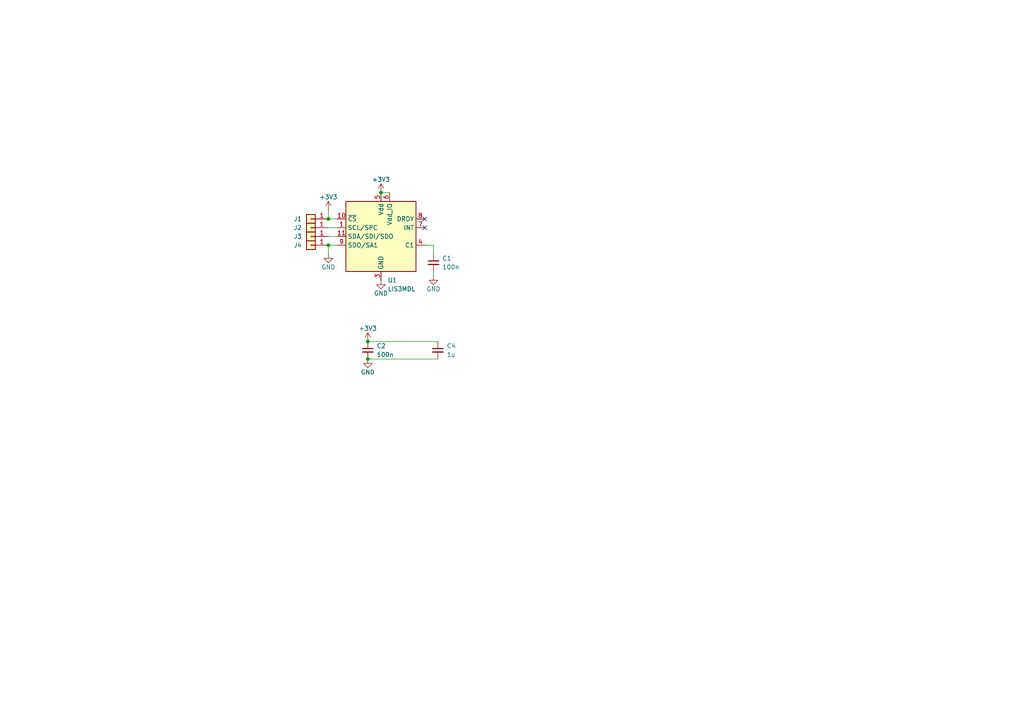
<source format=kicad_sch>
(kicad_sch (version 20230121) (generator eeschema)
  (paper "A4")
  (lib_symbols
    (symbol "Connector_Generic:Conn_01x01" (pin_names (offset 1.016) hide)
      (property "Reference" "J" (at 0 2.54 0))
      (property "Value" "Conn_01x01" (at 0 -2.54 0))
      (symbol "Conn_01x01_1_1"
        (rectangle (start -1.27 0.127) (end 0 -0.127) (stroke (width 0.1524)))
        (rectangle (start -1.27 1.27) (end 1.27 -1.27) (stroke (width 0.254)) (fill (type background)))
        (pin passive line (at -5.08 0 0) (length 3.81) (name "Pin_1") (number "1"))
      )
    )
    (symbol "Device:C_Small" (pin_numbers hide) (pin_names (offset 0.254) hide)
      (property "Reference" "C" (at 0.254 1.778 0))
      (property "Value" "C_Small" (at 0.254 -2.032 0))
      (symbol "C_Small_0_1"
        (polyline (pts (xy -1.524 -0.508) (xy 1.524 -0.508)) (stroke (width 0.3302)))
        (polyline (pts (xy -1.524 0.508) (xy 1.524 0.508)) (stroke (width 0.3048)))
      )
      (symbol "C_Small_1_1"
        (pin passive line (at 0 2.54 270) (length 2.032) (name "~") (number "1"))
        (pin passive line (at 0 -2.54 90) (length 2.032) (name "~") (number "2"))
      )
    )
    (symbol "Sensor_Magnetic:LIS3MDL"
      (property "Reference" "U" (at -8.89 11.43 0))
      (property "Value" "LIS3MDL" (at 7.62 11.43 0))
      (symbol "LIS3MDL_0_1"
        (rectangle (start -10.16 10.16) (end 10.16 -10.16) (stroke (width 0.254)) (fill (type background)))
      )
      (symbol "LIS3MDL_1_1"
        (pin input line (at -12.7 2.54 0) (length 2.54) (name "SCL/SPC") (number "1"))
        (pin input line (at -12.7 5.08 0) (length 2.54) (name "~{CS}") (number "10"))
        (pin bidirectional line (at -12.7 0 0) (length 2.54) (name "SDA/SDI/SDO") (number "11"))
        (pin passive line (at 0 -12.7 90) (length 2.54) hide (name "GND") (number "12"))
        (pin passive line (at 0 -12.7 90) (length 2.54) hide (name "GND") (number "2"))
        (pin power_in line (at 0 -12.7 90) (length 2.54) (name "GND") (number "3"))
        (pin power_out line (at 12.7 -2.54 180) (length 2.54) (name "C1") (number "4"))
        (pin power_in line (at 0 12.7 270) (length 2.54) (name "Vdd") (number "5"))
        (pin power_in line (at 2.54 12.7 270) (length 2.54) (name "Vdd_IO") (number "6"))
        (pin output line (at 12.7 2.54 180) (length 2.54) (name "INT") (number "7"))
        (pin output line (at 12.7 5.08 180) (length 2.54) (name "DRDY") (number "8"))
        (pin bidirectional line (at -12.7 -2.54 0) (length 2.54) (name "SDO/SA1") (number "9"))
      )
    )
    (symbol "power:+3V3" (power) (pin_names (offset 0))
      (property "Value" "+3V3" (at 0 3.556 0))
      (symbol "+3V3_0_1"
        (polyline (pts (xy -0.762 1.27) (xy 0 2.54)))
        (polyline (pts (xy 0 0) (xy 0 2.54)))
        (polyline (pts (xy 0 2.54) (xy 0.762 1.27)))
      )
      (symbol "+3V3_1_1"
        (pin power_in line (at 0 0 90) (length 0) hide (name "+3V3") (number "1"))
      )
    )
    (symbol "power:GND" (power) (pin_names (offset 0))
      (property "Value" "GND" (at 0 -3.81 0))
      (symbol "GND_0_1"
        (polyline (pts (xy 0 0) (xy 0 -1.27) (xy 1.27 -1.27) (xy 0 -2.54) (xy -1.27 -1.27) (xy 0 -1.27)))
      )
      (symbol "GND_1_1"
        (pin power_in line (at 0 0 270) (length 0) hide (name "GND") (number "1"))
      )
    )
  )
  (junction (at 106.68 104.14))
  (junction (at 95.25 71.12))
  (junction (at 106.68 99.06))
  (junction (at 110.49 55.88))
  (junction (at 95.25 63.5))
  (no_connect (at 123.19 66.04))
  (no_connect (at 123.19 63.5))
  (wire (pts (xy 106.68 99.06) (xy 127 99.06)))
  (wire (pts (xy 95.25 71.12) (xy 97.79 71.12)))
  (wire (pts (xy 125.73 71.12) (xy 123.19 71.12)))
  (wire (pts (xy 95.25 60.96) (xy 95.25 63.5)))
  (wire (pts (xy 125.73 73.66) (xy 125.73 71.12)))
  (wire (pts (xy 95.25 68.58) (xy 97.79 68.58)))
  (wire (pts (xy 110.49 55.88) (xy 113.03 55.88)))
  (wire (pts (xy 106.68 104.14) (xy 127 104.14)))
  (wire (pts (xy 125.73 78.74) (xy 125.73 80.01)))
  (wire (pts (xy 95.25 63.5) (xy 97.79 63.5)))
  (wire (pts (xy 95.25 66.04) (xy 97.79 66.04)))
  (wire (pts (xy 95.25 73.66) (xy 95.25 71.12)))
  (symbol (lib_id "Device:C_Small") (at 125.73 76.2 0) (unit 1)
    (property "Reference" "C1" (at 128.27 74.9363 0) (effects (justify left)))
    (property "Value" "100n" (at 128.27 77.4763 0) (effects (justify left)))
    (property "Footprint" "Capacitor_SMD:C_0402_1005Metric" (effects hide))
    (property "LCSC" "C1525" (effects hide))
  )
  (symbol (lib_id "Sensor_Magnetic:LIS3MDL") (at 110.49 68.58 0) (unit 1)
    (property "Reference" "U1" (at 112.4459 81.28 0) (effects (justify left)))
    (property "Value" "LIS3MDL" (at 112.4459 83.82 0) (effects (justify left)))
    (property "Footprint" "Package_LGA:LGA-12_2x2mm_P0.5mm" (effects hide))
    (property "Datasheet" "https://www.st.com/resource/en/datasheet/lis3mdl.pdf" (effects hide))
    (property "LCSC" "C478483" (effects hide))
  )
  (symbol (lib_id "power:+3V3") (at 95.25 60.96 0) (unit 1)
    (property "Reference" "#PWR07" (effects hide))
    (property "Value" "+3V3" (at 95.25 57.15 0))
  )
  (symbol (lib_id "power:GND") (at 106.68 104.14 0) (unit 1)
    (property "Reference" "#PWR05" (effects hide))
    (property "Value" "GND" (at 106.68 107.95 0))
  )
  (symbol (lib_id "Device:C_Small") (at 127 101.6 0) (unit 1)
    (property "Reference" "C4" (at 129.54 100.3363 0) (effects (justify left)))
    (property "Value" "1u" (at 129.54 102.8763 0) (effects (justify left)))
    (property "Footprint" "Capacitor_SMD:C_0402_1005Metric" (effects hide))
    (property "LCSC" "C52923" (effects hide))
  )
  (symbol (lib_id "power:GND") (at 95.25 73.66 0) (unit 1)
    (property "Reference" "#PWR03" (effects hide))
    (property "Value" "GND" (at 95.25 77.47 0))
  )
  (symbol (lib_id "power:+3V3") (at 106.68 99.06 0) (unit 1)
    (property "Reference" "#PWR04" (effects hide))
    (property "Value" "+3V3" (at 106.68 95.25 0))
  )
  (symbol (lib_id "Connector_Generic:Conn_01x01") (at 90.17 71.12 180) (unit 1)
    (property "Reference" "J4" (at 86.36 71.12 0))
    (property "Value" "Conn_01x01" (effects hide))
    (property "Footprint" "footprints:smallpad" (effects hide))
  )
  (symbol (lib_id "Device:C_Small") (at 106.68 101.6 0) (unit 1)
    (property "Reference" "C2" (at 109.22 100.3363 0) (effects (justify left)))
    (property "Value" "100n" (at 109.22 102.8763 0) (effects (justify left)))
    (property "Footprint" "Capacitor_SMD:C_0402_1005Metric" (effects hide))
    (property "LCSC" "C1525" (effects hide))
  )
  (symbol (lib_id "power:GND") (at 110.49 81.28 0) (unit 1)
    (property "Reference" "#PWR01" (effects hide))
    (property "Value" "GND" (at 110.49 85.09 0))
  )
  (symbol (lib_id "power:+3V3") (at 110.49 55.88 0) (unit 1)
    (property "Reference" "#PWR02" (effects hide))
    (property "Value" "+3V3" (at 110.49 52.07 0))
  )
  (symbol (lib_id "Connector_Generic:Conn_01x01") (at 90.17 68.58 180) (unit 1)
    (property "Reference" "J3" (at 86.36 68.58 0))
    (property "Value" "Conn_01x01" (effects hide))
    (property "Footprint" "footprints:smallpad" (effects hide))
  )
  (symbol (lib_id "Connector_Generic:Conn_01x01") (at 90.17 66.04 180) (unit 1)
    (property "Reference" "J2" (at 86.36 66.04 0))
    (property "Value" "Conn_01x01" (effects hide))
    (property "Footprint" "footprints:smallpad" (effects hide))
  )
  (symbol (lib_id "power:GND") (at 125.73 80.01 0) (unit 1)
    (property "Reference" "#PWR06" (effects hide))
    (property "Value" "GND" (at 125.73 83.82 0))
  )
  (symbol (lib_id "Connector_Generic:Conn_01x01") (at 90.17 63.5 180) (unit 1)
    (property "Reference" "J1" (at 86.36 63.5 0))
    (property "Value" "Conn_01x01" (effects hide))
    (property "Footprint" "footprints:smallpad" (effects hide))
  )
)
</source>
